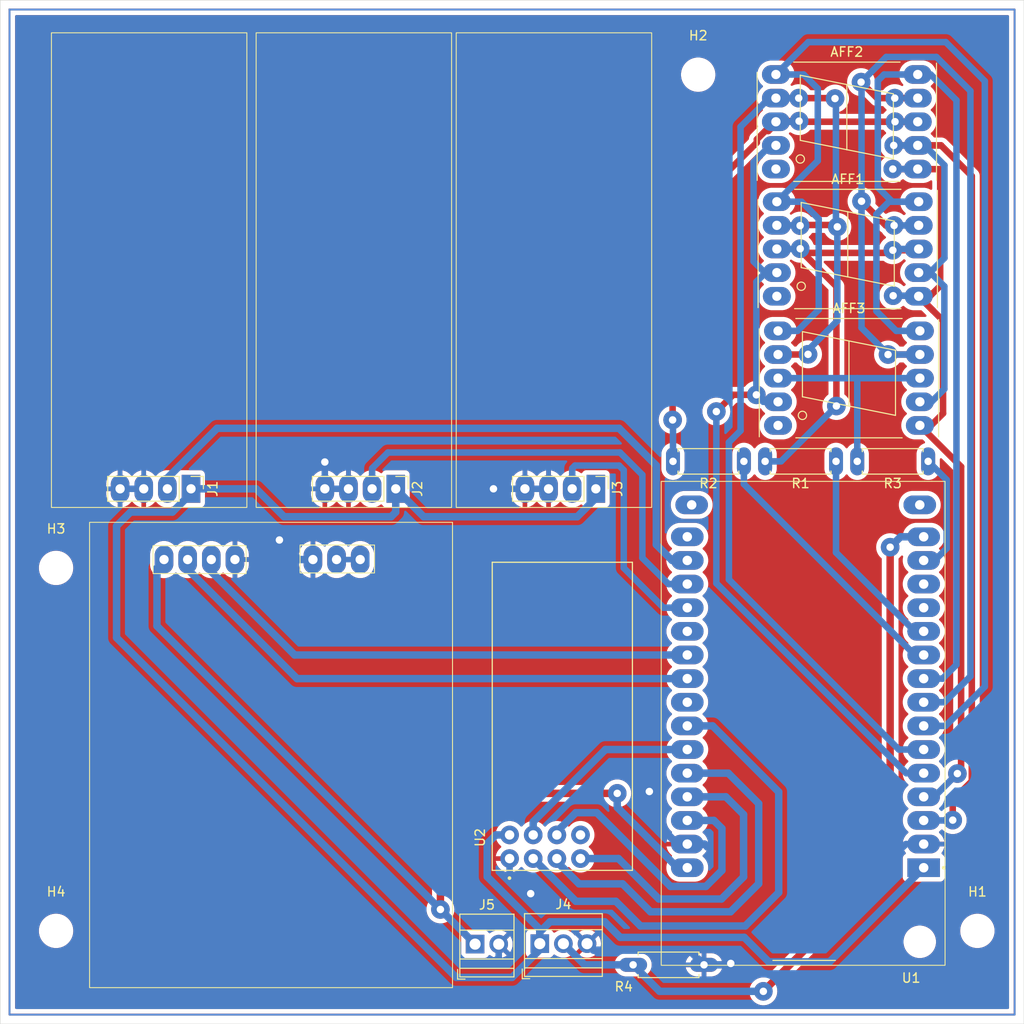
<source format=kicad_pcb>
(kicad_pcb (version 20240108) (generator "pcbnew") (generator_version "8.0")
  (layers (0 "F.Cu" signal) (31 "B.Cu" signal) (34 "B.Paste" user) (35 "F.Paste" user) (36 "B.SilkS" user "B.Silkscreen") (37 "F.SilkS" user "F.Silkscreen") (38 "B.Mask" user) (39 "F.Mask" user) (44 "Edge.Cuts" user))
  (net 0 "")
  (net 1 "/e")
  (net 3 "/a")
  (net 4 "/c")
  (net 5 "/f")
  (net 6 "/b")
  (net 7 "/d")
  (net 8 "/g")
  (net 11 "/AnalogRead1")
  (net 12 "GND")
  (net 13 "/3V3")
  (net 14 "/AnalogRead2")
  (net 15 "/AnalogRead3")
  (net 16 "/DS18b20")
  (net 17 "+5V")
  (net 18 "/sign")
  (net 19 "/tens")
  (net 20 "/ones")
  (net 26 "/C.A.1")
  (net 27 "/C.A.2")
  (net 28 "/C.A.3")
  (net 29 "/MISO")
  (net 30 "/MOSI")
  (net 31 "/CSN")
  (net 32 "/C.E.")
  (net 33 "/S.CK")
  (net 35 "/defrost")
  (net 36 "/JDVCC")
  (net 37 "/compressor")
  (footprint "double channel realy:double channel relay" (layer "F.Cu") (at 25.6 76.1)
    (property "Reference" "J6" (hide yes))
    (property "Value" "Conn_01x07_Pin" (hide yes))
    (pad "1" thru_hole oval (at 8 4 90) (size 3 2) (drill 1) (layers "*.Cu" "*.Mask") (net 17 "+5V"))
    (pad "2" thru_hole oval (at 10.54 4 90) (size 3 2) (drill 1) (layers "*.Cu" "*.Mask") (net 37 "/compressor"))
    (pad "3" thru_hole oval (at 13.08 4 90) (size 3 2) (drill 1) (layers "*.Cu" "*.Mask") (net 35 "/defrost"))
    (pad "4" thru_hole oval (at 15.62 4 90) (size 3 2) (drill 1) (layers "*.Cu" "*.Mask") (net 12 "GND"))
    (pad "5" thru_hole oval (at 24 4 90) (size 3 2) (drill 1) (layers "*.Cu" "*.Mask") (net 12 "GND"))
    (pad "6" thru_hole oval (at 26.54 4 90) (size 3 2) (drill 1) (layers "*.Cu" "*.Mask") (net 36 "/JDVCC"))
    (pad "7" thru_hole oval (at 29.08 4 90) (size 3 2) (drill 1) (layers "*.Cu" "*.Mask") (net 36 "/JDVCC"))
  )
  (footprint "zmpt101b:zmpt101b" (layer "F.Cu") (at 80 72.5 -90)
    (property "Reference" "J3" (at 0 -2.33 90) (layer "F.SilkS"))
    (property "Value" "Conn_01x04_Pin")
    (pad "1" thru_hole rect (at 0 0 270) (size 3 2) (drill 1) (layers "*.Cu" "*.Mask") (net 13 "/3V3"))
    (pad "2" thru_hole oval (at 0 2.54 270) (size 3 2) (drill 1) (layers "*.Cu" "*.Mask") (net 15 "/AnalogRead3"))
    (pad "3" thru_hole oval (at 0 5.08 270) (size 3 2) (drill 1) (layers "*.Cu" "*.Mask") (net 12 "GND"))
    (pad "4" thru_hole oval (at 0 7.62 270) (size 3 2) (drill 1) (layers "*.Cu" "*.Mask") (net 12 "GND"))
  )
  (footprint "NRF24L01P-MODULE-PCB:XCVR_NRF24L01P-MODULE-PCB" (layer "F.Cu") (at 76.4 96.9472 90)
    (property "Reference" "U2" (at -13.025 -8.835 90) (layer "F.SilkS"))
    (property "Value" "NRF24L01P-MODULE-PCB")
    (pad "1" thru_hole oval (at -15.2844 -5.6689 90) (size 2 2) (drill 1.016) (layers "*.Cu" "*.Mask") (net 12 "GND"))
    (pad "2" thru_hole oval (at -12.7445 -5.6689 90) (size 2 2) (drill 1.016) (layers "*.Cu" "*.Mask") (net 13 "/3V3"))
    (pad "3" thru_hole oval (at -15.2844 -3.1289 90) (size 2 2) (drill 1.016) (layers "*.Cu" "*.Mask") (net 32 "/C.E."))
    (pad "4" thru_hole oval (at -12.7445 -3.1289 90) (size 2 2) (drill 1.016) (layers "*.Cu" "*.Mask") (net 31 "/CSN"))
    (pad "5" thru_hole oval (at -15.2844 -0.5889 90) (size 2 2) (drill 1.016) (layers "*.Cu" "*.Mask") (net 33 "/S.CK"))
    (pad "6" thru_hole oval (at -12.7445 -0.5889 90) (size 2 2) (drill 1.016) (layers "*.Cu" "*.Mask") (net 30 "/MOSI"))
    (pad "7" thru_hole oval (at -15.2844 1.9511 90) (size 2 2) (drill 1.016) (layers "*.Cu" "*.Mask") (net 29 "/MISO"))
    (pad "8" thru_hole oval (at -12.7445 1.9511 90) (size 2 2) (drill 1.016) (layers "*.Cu" "*.Mask"))
  )
  (footprint "Display_7Segment:7SegmentLED_LTS6760_LTS6780" (layer "F.Cu") (at 99.35 27.98)
    (property "Reference" "AFF2" (at 7.62 -2.42 0) (layer "F.SilkS"))
    (property "Value" "LTS-6960HR")
    (pad "1" thru_hole oval (at 0 0 270) (size 2 3) (drill 1) (layers "*.Cu" "*.Mask") (net 1 "/e"))
    (pad "2" thru_hole oval (at 0 2.54 270) (size 2 3) (drill 1) (layers "*.Cu" "*.Mask") (net 7 "/d"))
    (pad "3" thru_hole oval (at 0 5.08 270) (size 2 3) (drill 1) (layers "*.Cu" "*.Mask") (net 26 "/C.A.1"))
    (pad "4" thru_hole oval (at 0 7.62 270) (size 2 3) (drill 1) (layers "*.Cu" "*.Mask") (net 4 "/c"))
    (pad "5" thru_hole oval (at 0 10.16 270) (size 2 3) (drill 1) (layers "*.Cu" "*.Mask"))
    (pad "6" thru_hole oval (at 15.24 10.16 270) (size 2 3) (drill 1) (layers "*.Cu" "*.Mask") (net 6 "/b"))
    (pad "7" thru_hole oval (at 15.24 7.62 270) (size 2 3) (drill 1) (layers "*.Cu" "*.Mask") (net 3 "/a"))
    (pad "8" thru_hole oval (at 15.24 5.08 270) (size 2 3) (drill 1) (layers "*.Cu" "*.Mask") (net 26 "/C.A.1"))
    (pad "9" thru_hole oval (at 15.24 2.54 270) (size 2 3) (drill 1) (layers "*.Cu" "*.Mask") (net 5 "/f"))
    (pad "10" thru_hole oval (at 15.24 0 270) (size 2 3) (drill 1) (layers "*.Cu" "*.Mask") (net 8 "/g"))
  )
  (footprint "Display_7Segment:7SegmentLED_LTS6760_LTS6780" (layer "F.Cu") (at 99.58 55.53)
    (property "Reference" "AFF3" (at 7.62 -2.42 0) (layer "F.SilkS"))
    (property "Value" "LTS-6960HR")
    (pad "1" thru_hole oval (at 0 0 270) (size 2 3) (drill 1) (layers "*.Cu" "*.Mask") (net 1 "/e"))
    (pad "2" thru_hole oval (at 0 2.54 270) (size 2 3) (drill 1) (layers "*.Cu" "*.Mask") (net 7 "/d"))
    (pad "3" thru_hole oval (at 0 5.08 270) (size 2 3) (drill 1) (layers "*.Cu" "*.Mask") (net 28 "/C.A.3"))
    (pad "4" thru_hole oval (at 0 7.62 270) (size 2 3) (drill 1) (layers "*.Cu" "*.Mask") (net 4 "/c"))
    (pad "5" thru_hole oval (at 0 10.16 270) (size 2 3) (drill 1) (layers "*.Cu" "*.Mask"))
    (pad "6" thru_hole oval (at 15.24 10.16 270) (size 2 3) (drill 1) (layers "*.Cu" "*.Mask") (net 6 "/b"))
    (pad "7" thru_hole oval (at 15.24 7.62 270) (size 2 3) (drill 1) (layers "*.Cu" "*.Mask") (net 3 "/a"))
    (pad "8" thru_hole oval (at 15.24 5.08 270) (size 2 3) (drill 1) (layers "*.Cu" "*.Mask") (net 28 "/C.A.3"))
    (pad "9" thru_hole oval (at 15.24 2.54 270) (size 2 3) (drill 1) (layers "*.Cu" "*.Mask") (net 5 "/f"))
    (pad "10" thru_hole oval (at 15.24 0 270) (size 2 3) (drill 1) (layers "*.Cu" "*.Mask") (net 8 "/g"))
  )
  (footprint "Display_7Segment:7SegmentLED_LTS6760_LTS6780" (layer "F.Cu") (at 99.45 41.65)
    (property "Reference" "AFF1" (at 7.62 -2.42 0) (layer "F.SilkS"))
    (property "Value" "LTS-6960HR")
    (pad "1" thru_hole oval (at 0 0 270) (size 2 3) (drill 1) (layers "*.Cu" "*.Mask") (net 1 "/e"))
    (pad "2" thru_hole oval (at 0 2.54 270) (size 2 3) (drill 1) (layers "*.Cu" "*.Mask") (net 7 "/d"))
    (pad "3" thru_hole oval (at 0 5.08 270) (size 2 3) (drill 1) (layers "*.Cu" "*.Mask") (net 27 "/C.A.2"))
    (pad "4" thru_hole oval (at 0 7.62 270) (size 2 3) (drill 1) (layers "*.Cu" "*.Mask") (net 4 "/c"))
    (pad "5" thru_hole oval (at 0 10.16 270) (size 2 3) (drill 1) (layers "*.Cu" "*.Mask"))
    (pad "6" thru_hole oval (at 15.24 10.16 270) (size 2 3) (drill 1) (layers "*.Cu" "*.Mask") (net 6 "/b"))
    (pad "7" thru_hole oval (at 15.24 7.62 270) (size 2 3) (drill 1) (layers "*.Cu" "*.Mask") (net 3 "/a"))
    (pad "8" thru_hole oval (at 15.24 5.08 270) (size 2 3) (drill 1) (layers "*.Cu" "*.Mask") (net 27 "/C.A.2"))
    (pad "9" thru_hole oval (at 15.24 2.54 270) (size 2 3) (drill 1) (layers "*.Cu" "*.Mask") (net 5 "/f"))
    (pad "10" thru_hole oval (at 15.24 0 270) (size 2 3) (drill 1) (layers "*.Cu" "*.Mask") (net 8 "/g"))
  )
  (footprint "MountingHole:MountingHole_3.2mm_M3" (layer "F.Cu") (at 91 28)
    (property "Reference" "H2" (at 0 -4.2 0) (layer "F.SilkS"))
    (property "Value" "MountingHole")
    (pad "" np_thru_hole circle (at 0 0) (size 3.2 3.2) (drill 3.2) (layers "*.Cu" "*.Mask"))
  )
  (footprint "MountingHole:MountingHole_3.2mm_M3" (layer "F.Cu") (at 22 120)
    (property "Reference" "H4" (at 0 -4.2 0) (layer "F.SilkS"))
    (property "Value" "MountingHole")
    (pad "" np_thru_hole circle (at 0 0) (size 3.2 3.2) (drill 3.2) (layers "*.Cu" "*.Mask"))
  )
  (footprint "Resistor_THT:R_Axial_DIN0207_L6.3mm_D2.5mm_P7.62mm_Horizontal" (layer "F.Cu") (at 95.91 69.55 180)
    (property "Reference" "R2" (at 3.81 -2.37 0) (layer "F.SilkS"))
    (property "Value" "R")
    (pad "1" thru_hole oval (at 0 0 180) (size 1.5 3) (drill 0.8) (layers "*.Cu" "*.Mask") (net 18 "/sign"))
    (pad "2" thru_hole oval (at 7.62 0 180) (size 1.5 3) (drill 0.8) (layers "*.Cu" "*.Mask") (net 26 "/C.A.1"))
  )
  (footprint "ESP32:ESP32" (layer "F.Cu") (at 102.5275 97.7 180)
    (property "Reference" "U1" (at -11.355 -27.36 0) (layer "F.SilkS"))
    (property "Value" "ESP32-DEVKIT-V1")
    (pad "" np_thru_hole circle (at -12.28 -23.475 180) (size 3 3) (drill 3) (layers "*.Cu" "*.Mask"))
    (pad "" thru_hole oval (at -12.28 23.475 180) (size 3.5 2) (drill 1.02) (layers "*.Cu" "*.Mask"))
    (pad "" thru_hole oval (at 12.23 23.475 180) (size 3.5 2) (drill 1.02) (layers "*.Cu" "*.Mask"))
    (pad "1" thru_hole rect (at -12.7 -15.515 180) (size 3.5 2) (drill 1.02) (layers "*.Cu" "*.Mask") (net 13 "/3V3"))
    (pad "2" thru_hole oval (at -12.7 -12.975 180) (size 3.5 2) (drill 1.02) (layers "*.Cu" "*.Mask") (net 12 "GND"))
    (pad "3" thru_hole oval (at -12.7 -10.435 180) (size 3.5 2) (drill 1.02) (layers "*.Cu" "*.Mask") (net 3 "/a"))
    (pad "4" thru_hole oval (at -12.7 -7.895 180) (size 3.5 2) (drill 1.02) (layers "*.Cu" "*.Mask") (net 6 "/b"))
    (pad "5" thru_hole oval (at -12.7 -5.355 180) (size 3.5 2) (drill 1.02) (layers "*.Cu" "*.Mask") (net 4 "/c"))
    (pad "6" thru_hole oval (at -12.7 -2.815 180) (size 3.5 2) (drill 1.02) (layers "*.Cu" "*.Mask") (net 7 "/d"))
    (pad "7" thru_hole oval (at -12.7 -0.275 180) (size 3.5 2) (drill 1.02) (layers "*.Cu" "*.Mask") (net 1 "/e"))
    (pad "8" thru_hole oval (at -12.7 2.265 180) (size 3.5 2) (drill 1.02) (layers "*.Cu" "*.Mask") (net 5 "/f"))
    (pad "9" thru_hole oval (at -12.7 4.805 180) (size 3.5 2) (drill 1.02) (layers "*.Cu" "*.Mask") (net 8 "/g"))
    (pad "10" thru_hole oval (at -12.7 7.345 180) (size 3.5 2) (drill 1.02) (layers "*.Cu" "*.Mask") (net 18 "/sign"))
    (pad "11" thru_hole oval (at -12.7 9.885 180) (size 3.5 2) (drill 1.02) (layers "*.Cu" "*.Mask") (net 19 "/tens"))
    (pad "12" thru_hole oval (at -12.7 12.425 180) (size 3.5 2) (drill 1.02) (layers "*.Cu" "*.Mask"))
    (pad "13" thru_hole oval (at -12.7 14.965 180) (size 3.5 2) (drill 1.02) (layers "*.Cu" "*.Mask"))
    (pad "14" thru_hole oval (at -12.7 17.505 180) (size 3.5 2) (drill 1.02) (layers "*.Cu" "*.Mask") (net 20 "/ones"))
    (pad "15" thru_hole oval (at -12.7 20.045 180) (size 3.5 2) (drill 1.02) (layers "*.Cu" "*.Mask") (net 16 "/DS18b20"))
    (pad "16" thru_hole oval (at 12.7 20.045 180) (size 3.5 2) (drill 1.02) (layers "*.Cu" "*.Mask"))
    (pad "17" thru_hole oval (at 12.7 17.505 180) (size 3.5 2) (drill 1.02) (layers "*.Cu" "*.Mask") (net 11 "/AnalogRead1"))
    (pad "18" thru_hole oval (at 12.7 14.965 180) (size 3.5 2) (drill 1.02) (layers "*.Cu" "*.Mask") (net 14 "/AnalogRead2"))
    (pad "19" thru_hole oval (at 12.7 12.425 180) (size 3.5 2) (drill 1.02) (layers "*.Cu" "*.Mask") (net 15 "/AnalogRead3"))
    (pad "20" thru_hole oval (at 12.7 9.885 180) (size 3.5 2) (drill 1.02) (layers "*.Cu" "*.Mask"))
    (pad "21" thru_hole oval (at 12.7 7.345 180) (size 3.5 2) (drill 1.02) (layers "*.Cu" "*.Mask") (net 35 "/defrost"))
    (pad "22" thru_hole oval (at 12.7 4.805 180) (size 3.5 2) (drill 1.02) (layers "*.Cu" "*.Mask") (net 37 "/compressor"))
    (pad "23" thru_hole oval (at 12.7 2.265 180) (size 3.5 2) (drill 1.02) (layers "*.Cu" "*.Mask"))
    (pad "24" thru_hole oval (at 12.7 -0.275 180) (size 3.5 2) (drill 1.02) (layers "*.Cu" "*.Mask") (net 32 "/C.E."))
    (pad "25" thru_hole oval (at 12.7 -2.815 180) (size 3.5 2) (drill 1.02) (layers "*.Cu" "*.Mask") (net 31 "/CSN"))
    (pad "26" thru_hole oval (at 12.7 -5.355 180) (size 3.5 2) (drill 1.02) (layers "*.Cu" "*.Mask") (net 33 "/S.CK"))
    (pad "27" thru_hole oval (at 12.7 -7.895 180) (size 3.5 2) (drill 1.02) (layers "*.Cu" "*.Mask") (net 29 "/MISO"))
    (pad "28" thru_hole oval (at 12.7 -10.435 180) (size 3.5 2) (drill 1.02) (layers "*.Cu" "*.Mask") (net 30 "/MOSI"))
    (pad "29" thru_hole oval (at 12.7 -12.975 180) (size 3.5 2) (drill 1.02) (layers "*.Cu" "*.Mask") (net 12 "GND"))
    (pad "30" thru_hole oval (at 12.7 -15.515 180) (size 3.5 2) (drill 1.02) (layers "*.Cu" "*.Mask") (net 17 "+5V"))
  )
  (footprint "Resistor_THT:R_Axial_DIN0207_L6.3mm_D2.5mm_P7.62mm_Horizontal" (layer "F.Cu") (at 105.81 69.55 180)
    (property "Reference" "R1" (at 3.81 -2.37 0) (layer "F.SilkS"))
    (property "Value" "R")
    (pad "1" thru_hole oval (at 0 0 180) (size 1.5 3) (drill 0.8) (layers "*.Cu" "*.Mask") (net 19 "/tens"))
    (pad "2" thru_hole oval (at 7.62 0 180) (size 1.5 3) (drill 0.8) (layers "*.Cu" "*.Mask") (net 27 "/C.A.2"))
  )
  (footprint "zmpt101b:zmpt101b" (layer "F.Cu") (at 58.5 72.5 -90)
    (property "Reference" "J2" (at 0 -2.33 90) (layer "F.SilkS"))
    (property "Value" "Conn_01x04_Pin")
    (pad "1" thru_hole rect (at 0 0 270) (size 3 2) (drill 1) (layers "*.Cu" "*.Mask") (net 13 "/3V3"))
    (pad "2" thru_hole oval (at 0 2.54 270) (size 3 2) (drill 1) (layers "*.Cu" "*.Mask") (net 14 "/AnalogRead2"))
    (pad "3" thru_hole oval (at 0 5.08 270) (size 3 2) (drill 1) (layers "*.Cu" "*.Mask") (net 12 "GND"))
    (pad "4" thru_hole oval (at 0 7.62 270) (size 3 2) (drill 1) (layers "*.Cu" "*.Mask") (net 12 "GND"))
  )
  (footprint "Resistor_THT:R_Axial_DIN0207_L6.3mm_D2.5mm_P7.62mm_Horizontal" (layer "F.Cu") (at 84.005 123.65)
    (property "Reference" "R4" (at -1.005 2.35 0) (layer "F.SilkS"))
    (property "Value" "4.7K")
    (pad "1" thru_hole oval (at 0 0) (size 3 1.5) (drill 0.8) (layers "*.Cu" "*.Mask") (net 16 "/DS18b20"))
    (pad "2" thru_hole oval (at 7.62 0) (size 3 1.5) (drill 0.8) (layers "*.Cu" "*.Mask") (net 12 "GND"))
  )
  (footprint "TerminalBlock:TerminalBlock_Xinya_XY308-2.54-2P_1x02_P2.54mm_Horizontal" (layer "F.Cu") (at 67.025 121.425)
    (property "Reference" "J5" (at 1.27 -4.22 0) (layer "F.SilkS"))
    (property "Value" "Screw_Terminal_01x02" (hide yes))
    (pad "1" thru_hole rect (at 0 0) (size 2 2) (drill 1.2) (layers "*.Cu" "*.Mask") (net 17 "+5V"))
    (pad "2" thru_hole circle (at 2.54 0) (size 2 2) (drill 1.2) (layers "*.Cu" "*.Mask") (net 12 "GND"))
  )
  (footprint "zmpt101b:zmpt101b" (layer "F.Cu") (at 36.5 72.5 -90)
    (property "Reference" "J1" (at 0 -2.33 90) (layer "F.SilkS"))
    (property "Value" "Conn_01x04_Pin")
    (pad "1" thru_hole rect (at 0 0 270) (size 3 2) (drill 1) (layers "*.Cu" "*.Mask") (net 13 "/3V3"))
    (pad "2" thru_hole oval (at 0 2.54 270) (size 3 2) (drill 1) (layers "*.Cu" "*.Mask") (net 11 "/AnalogRead1"))
    (pad "3" thru_hole oval (at 0 5.08 270) (size 3 2) (drill 1) (layers "*.Cu" "*.Mask") (net 12 "GND"))
    (pad "4" thru_hole oval (at 0 7.62 270) (size 3 2) (drill 1) (layers "*.Cu" "*.Mask") (net 12 "GND"))
  )
  (footprint "MountingHole:MountingHole_3.2mm_M3" (layer "F.Cu") (at 22 81)
    (property "Reference" "H3" (at 0 -4.2 0) (layer "F.SilkS"))
    (property "Value" "MountingHole")
    (pad "" np_thru_hole circle (at 0 0) (size 3.2 3.2) (drill 3.2) (layers "*.Cu" "*.Mask"))
  )
  (footprint "TerminalBlock:TerminalBlock_Xinya_XY308-2.54-3P_1x03_P2.54mm_Horizontal" (layer "F.Cu") (at 73.975 121.375)
    (property "Reference" "J4" (at 2.54 -4.22 0) (layer "F.SilkS"))
    (property "Value" "Screw_Terminal_01x03" (hide yes))
    (pad "1" thru_hole rect (at 0 0) (size 2 2) (drill 1.2) (layers "*.Cu" "*.Mask") (net 13 "/3V3"))
    (pad "2" thru_hole circle (at 2.54 0) (size 2 2) (drill 1.2) (layers "*.Cu" "*.Mask") (net 16 "/DS18b20"))
    (pad "3" thru_hole circle (at 5.08 0) (size 2 2) (drill 1.2) (layers "*.Cu" "*.Mask") (net 12 "GND"))
  )
  (footprint "MountingHole:MountingHole_3.2mm_M3" (layer "F.Cu") (at 121 120)
    (property "Reference" "H1" (at 0 -4.2 0) (layer "F.SilkS"))
    (property "Value" "MountingHole")
    (pad "" np_thru_hole circle (at 0 0) (size 3.2 3.2) (drill 3.2) (layers "*.Cu" "*.Mask"))
  )
  (footprint "Resistor_THT:R_Axial_DIN0207_L6.3mm_D2.5mm_P7.62mm_Horizontal" (layer "F.Cu") (at 115.71 69.55 180)
    (property "Reference" "R3" (at 3.81 -2.37 0) (layer "F.SilkS"))
    (property "Value" "R")
    (pad "1" thru_hole oval (at 0 0 180) (size 1.5 3) (drill 0.8) (layers "*.Cu" "*.Mask") (net 20 "/ones"))
    (pad "2" thru_hole oval (at 7.62 0 180) (size 1.5 3) (drill 0.8) (layers "*.Cu" "*.Mask") (net 28 "/C.A.3"))
  )
  (gr_rect (start 17 21) (end 125 129) (stroke (width 0.2)) (fill none) (layer "F.Cu"))
  (gr_rect (start 17 21) (end 125 129) (stroke (width 0.2)) (fill none) (layer "B.Cu"))
  (gr_rect (start 16 20) (end 126 130) (stroke (width 0.05)) (fill none) (layer "Edge.Cuts"))
  (segment (start 102.83 24.5) (end 117.6 24.5) (width 0.7) (layer "B.Cu") (net 1))
  (segment (start 103.85 37.25) (end 99.45 41.65) (width 0.7) (layer "B.Cu") (net 1))
  (segment (start 117.6 24.5) (end 121.8 28.7) (width 0.7) (layer "B.Cu") (net 1))
  (segment (start 101.67 55.53) (end 99.58 55.53) (width 0.7) (layer "B.Cu") (net 1))
  (segment (start 121.8 93.75) (end 117.575 97.975) (width 0.7) (layer "B.Cu") (net 1))
  (segment (start 102.1 41.65) (end 103.95 43.5) (width 0.7) (layer "B.Cu") (net 1))
  (segment (start 103.95 43.5) (end 103.95 53.25) (width 0.7) (layer "B.Cu") (net 1))
  (segment (start 117.575 97.975) (end 115.2275 97.975) (width 0.7) (layer "B.Cu") (net 1))
  (segment (start 99.35 27.98) (end 102.83 24.5) (width 0.7) (layer "B.Cu") (net 1))
  (segment (start 99.35 27.98) (end 102.33 27.98) (width 0.7) (layer "B.Cu") (net 1))
  (segment (start 121.8 28.7) (end 121.8 93.75) (width 0.7) (layer "B.Cu") (net 1))
  (segment (start 99.45 41.65) (end 102.1 41.65) (width 0.7) (layer "B.Cu") (net 1))
  (segment (start 103.95 53.25) (end 101.67 55.53) (width 0.7) (layer "B.Cu") (net 1))
  (segment (start 102.33 27.98) (end 103.85 29.5) (width 0.7) (layer "B.Cu") (net 1))
  (segment (start 103.85 29.5) (end 103.85 37.25) (width 0.7) (layer "B.Cu") (net 1))
  (segment (start 120.4 38.9) (end 120.4 103.9125) (width 0.7) (layer "F.Cu") (net 3))
  (segment (start 116.1775 108.135) (end 115.2275 108.135) (width 0.7) (layer "F.Cu") (net 3))
  (segment (start 120.4 103.9125) (end 118.35 105.9625) (width 0.7) (layer "F.Cu") (net 3))
  (segment (start 112.01 35.6) (end 117.1 35.6) (width 0.7) (layer "F.Cu") (net 3))
  (segment (start 117.1 35.6) (end 114.59 35.6) (width 0.7) (layer "F.Cu") (net 3))
  (segment (start 118.35 105.9625) (end 118.35 108.1) (width 0.7) (layer "F.Cu") (net 3))
  (segment (start 117.1 35.6) (end 120.4 38.9) (width 0.7) (layer "F.Cu") (net 3))
  (via (at 118.35 108.1) (size 2) (drill 0.8) (layers "F.Cu" "B.Cu") (net 3))
  (via (at 112.01 35.6) (size 2) (drill 0.8) (layers "F.Cu" "B.Cu") (net 3))
  (segment (start 115.2275 108.135) (end 118.315 108.135) (width 0.7) (layer "B.Cu") (net 3))
  (segment (start 116.07 63.15) (end 114.82 63.15) (width 0.7) (layer "B.Cu") (net 3))
  (segment (start 115.32 35.6) (end 114.59 35.6) (width 0.7) (layer "B.Cu") (net 3))
  (segment (start 117.46 47.7) (end 117.46 37.74) (width 0.7) (layer "B.Cu") (net 3))
  (segment (start 112.01 35.6) (end 114.59 35.6) (width 0.7) (layer "B.Cu") (net 3))
  (segment (start 115.89 49.27) (end 117.46 47.7) (width 0.7) (layer "B.Cu") (net 3))
  (segment (start 117.45 61.77) (end 116.07 63.15) (width 0.7) (layer "B.Cu") (net 3))
  (segment (start 114.69 49.27) (end 115.97 49.27) (width 0.7) (layer "B.Cu") (net 3))
  (segment (start 118.315 108.135) (end 118.35 108.1) (width 0.7) (layer "B.Cu") (net 3))
  (segment (start 114.69 49.27) (end 115.89 49.27) (width 0.7) (layer "B.Cu") (net 3))
  (segment (start 117.45 50.75) (end 117.45 61.77) (width 0.7) (layer "B.Cu") (net 3))
  (segment (start 115.97 49.27) (end 117.45 50.75) (width 0.7) (layer "B.Cu") (net 3))
  (segment (start 117.46 37.74) (end 115.32 35.6) (width 0.7) (layer "B.Cu") (net 3))
  (segment (start 97.25 62.4) (end 94.75 62.4) (width 0.7) (layer "F.Cu") (net 4))
  (segment (start 94.75 62.4) (end 93.05 64.1) (width 0.7) (layer "F.Cu") (net 4))
  (via (at 92.95 64.2) (size 2) (drill 0.8) (layers "F.Cu" "B.Cu") (net 4))
  (via (at 97.25 62.4) (size 2) (drill 0.8) (layers "F.Cu" "B.Cu") (net 4))
  (segment (start 96.95 37.4) (end 96.95 48.07) (width 0.7) (layer "B.Cu") (net 4))
  (segment (start 113.355 103.055) (end 92.95 82.65) (width 0.7) (layer "B.Cu") (net 4))
  (segment (start 92.95 64.2) (end 92.95 64.1) (width 0.7) (layer "B.Cu") (net 4))
  (segment (start 97.25 50.25) (end 98.23 49.27) (width 0.7) (layer "B.Cu") (net 4))
  (segment (start 99.35 35.6) (end 98.75 35.6) (width 0.7) (layer "B.Cu") (net 4))
  (segment (start 98 63.15) (end 99.58 63.15) (width 0.7) (layer "B.Cu") (net 4))
  (segment (start 92.95 82.65) (end 92.95 64.2) (width 0.7) (layer "B.Cu") (net 4))
  (segment (start 98.75 35.6) (end 96.95 37.4) (width 0.7) (layer "B.Cu") (net 4))
  (segment (start 98.15 49.27) (end 99.45 49.27) (width 0.7) (layer "B.Cu") (net 4))
  (segment (start 98.23 49.27) (end 99.45 49.27) (width 0.7) (layer "B.Cu") (net 4))
  (segment (start 115.2275 103.055) (end 113.355 103.055) (width 0.7) (layer "B.Cu") (net 4))
  (segment (start 97.25 62.4) (end 98 63.15) (width 0.7) (layer "B.Cu") (net 4))
  (segment (start 97.25 62.4) (end 97.25 50.25) (width 0.7) (layer "B.Cu") (net 4))
  (segment (start 96.95 48.07) (end 98.15 49.27) (width 0.7) (layer "B.Cu") (net 4))
  (segment (start 112.12 30.52) (end 110.22 30.52) (width 0.7) (layer "F.Cu") (net 5))
  (segment (start 112.12 30.52) (end 114.59 30.52) (width 0.7) (layer "F.Cu") (net 5))
  (segment (start 111.15 44.2) (end 108.55 41.6) (width 0.7) (layer "F.Cu") (net 5))
  (segment (start 110.22 30.52) (end 108.5 28.8) (width 0.7) (layer "F.Cu") (net 5))
  (segment (start 111.4 58.07) (end 114.82 58.07) (width 0.7) (layer "F.Cu") (net 5))
  (segment (start 112.05 44.2) (end 111.15 44.2) (width 0.7) (layer "F.Cu") (net 5))
  (segment (start 114.68 44.2) (end 114.69 44.19) (width 0.7) (layer "F.Cu") (net 5))
  (via (at 112.12 30.52) (size 2) (drill 0.8) (layers "F.Cu" "B.Cu") (net 5))
  (via (at 112.05 44.2) (size 2) (drill 0.8) (layers "F.Cu" "B.Cu") (net 5))
  (via (at 108.55 41.6) (size 2) (drill 0.8) (layers "F.Cu" "B.Cu") (net 5))
  (via (at 108.5 28.8) (size 2) (drill 0.8) (layers "F.Cu" "B.Cu") (net 5))
  (via (at 111.4 58.07) (size 2) (drill 0.8) (layers "F.Cu" "B.Cu") (net 5))
  (segment (start 111.4 58.05) (end 108.55 55.2) (width 0.7) (layer "B.Cu") (net 5))
  (segment (start 111.88 58.07) (end 111.4 58.07) (width 0.7) (layer "B.Cu") (net 5))
  (segment (start 114.82 58.07) (end 111.88 58.07) (width 0.7) (layer "B.Cu") (net 5))
  (segment (start 112.12 30.52) (end 112.1 30.5) (width 0.7) (layer "B.Cu") (net 5))
  (segment (start 111.4 58.07) (end 111.4 58.05) (width 0.7) (layer "B.Cu") (net 5))
  (segment (start 108.5 28.8) (end 111.2 26.1) (width 0.7) (layer "B.Cu") (net 5))
  (segment (start 111.12 58.07) (end 111.05 58) (width 0.7) (layer "B.Cu") (net 5))
  (segment (start 120.25 29.75) (end 120.25 92.65) (width 0.7) (layer "B.Cu") (net 5))
  (segment (start 112.05 44.2) (end 114.68 44.2) (width 0.7) (layer "B.Cu") (net 5))
  (segment (start 111.88 58.07) (end 111.8 58.15) (width 0.7) (layer "B.Cu") (net 5))
  (segment (start 117.465 95.435) (end 115.2275 95.435) (width 0.7) (layer "B.Cu") (net 5))
  (segment (start 120.25 92.65) (end 117.465 95.435) (width 0.7) (layer "B.Cu") (net 5))
  (segment (start 114.68 44.2) (end 114.69 44.19) (width 0.7) (layer "B.Cu") (net 5))
  (segment (start 111.2 26.1) (end 116.6 26.1) (width 0.7) (layer "B.Cu") (net 5))
  (segment (start 111.4 58.07) (end 111.12 58.07) (width 0.7) (layer "B.Cu") (net 5))
  (segment (start 116.6 26.1) (end 120.25 29.75) (width 0.7) (layer "B.Cu") (net 5))
  (segment (start 108.55 41.6) (end 108.55 28.85) (width 0.7) (layer "B.Cu") (net 5))
  (segment (start 108.55 28.85) (end 108.5 28.8) (width 0.7) (layer "B.Cu") (net 5))
  (segment (start 108.55 55.2) (end 108.55 41.6) (width 0.7) (layer "B.Cu") (net 5))
  (segment (start 118.85 103.1) (end 119.25 102.7) (width 0.7) (layer "F.Cu") (net 6))
  (segment (start 117 50.7) (end 115.89 51.81) (width 0.7) (layer "F.Cu") (net 6))
  (segment (start 116.02 65.69) (end 117.31 64.4) (width 0.7) (layer "F.Cu") (net 6))
  (segment (start 114.82 65.69) (end 116.02 65.69) (width 0.7) (layer "F.Cu") (net 6))
  (segment (start 117.31 54.43) (end 116.215 53.335) (width 0.7) (layer "F.Cu") (net 6))
  (segment (start 119.25 70.12) (end 114.82 65.69) (width 0.7) (layer "F.Cu") (net 6))
  (segment (start 119.25 102.7) (end 119.25 70.12) (width 0.7) (layer "F.Cu") (net 6))
  (segment (start 116.215 53.335) (end 114.69 51.81) (width 0.7) (layer "F.Cu") (net 6))
  (segment (start 114.63 51.75) (end 116.215 53.335) (width 0.7) (layer "F.Cu") (net 6))
  (segment (start 111.91 38.14) (end 111.92 38.15) (width 0.7) (layer "F.Cu") (net 6))
  (segment (start 117 38.15) (end 117 50.7) (width 0.7) (layer "F.Cu") (net 6))
  (segment (start 111.92 38.15) (end 117 38.15) (width 0.7) (layer "F.Cu") (net 6))
  (segment (start 114.63 51.75) (end 114.69 51.81) (width 0.7) (layer "F.Cu") (net 6))
  (segment (start 111.95 51.75) (end 114.63 51.75) (width 0.7) (layer "F.Cu") (net 6))
  (segment (start 117.31 64.4) (end 117.31 54.43) (width 0.7) (layer "F.Cu") (net 6))
  (segment (start 115.89 51.81) (end 114.69 51.81) (width 0.7) (layer "F.Cu") (net 6))
  (via (at 111.95 51.75) (size 2) (drill 0.8) (layers "F.Cu" "B.Cu") (net 6))
  (via (at 118.85 103.1) (size 2) (drill 0.8) (layers "F.Cu" "B.Cu") (net 6))
  (via (at 111.91 38.14) (size 2) (drill 0.8) (layers "F.Cu" "B.Cu") (net 6))
  (segment (start 114.63 51.75) (end 114.69 51.81) (width 0.7) (layer "B.Cu") (net 6))
  (segment (start 118.85 103.1) (end 116.35 105.6) (width 0.7) (layer "B.Cu") (net 6))
  (segment (start 112.26 38.14) (end 111.91 38.14) (width 0.7) (layer "B.Cu") (net 6))
  (segment (start 111.95 51.75) (end 114.63 51.75) (width 0.7) (layer "B.Cu") (net 6))
  (segment (start 116.1825 105.6) (end 116.1775 105.595) (width 0.7) (layer "B.Cu") (net 6))
  (segment (start 116.35 105.6) (end 116.1825 105.6) (width 0.7) (layer "B.Cu") (net 6))
  (segment (start 114.59 38.14) (end 112.26 38.14) (width 0.7) (layer "B.Cu") (net 6))
  (segment (start 116.1775 105.595) (end 115.2275 105.595) (width 0.7) (layer "B.Cu") (net 6))
  (segment (start 105.657311 30.52) (end 105.7 30.562689) (width 0.7) (layer "F.Cu") (net 7))
  (segment (start 101.8 30.52) (end 105.657311 30.52) (width 0.7) (layer "F.Cu") (net 7))
  (segment (start 102.02 44.15) (end 105.75 44.15) (width 0.7) (layer "F.Cu") (net 7))
  (segment (start 99.58 58.07) (end 102.78 58.07) (width 0.7) (layer "F.Cu") (net 7))
  (segment (start 102.78 58.07) (end 102.8 58.05) (width 0.7) (layer "F.Cu") (net 7))
  (segment (start 101.92 44.19) (end 101.95 44.22) (width 0.7) (layer "F.Cu") (net 7))
  (segment (start 101.95 44.22) (end 102.02 44.15) (width 0.7) (layer "F.Cu") (net 7))
  (segment (start 105.75 44.15) (end 105.95 44.35) (width 0.7) (layer "F.Cu") (net 7))
  (via (at 101.8 30.52) (size 2) (drill 0.8) (layers "F.Cu" "B.Cu") (net 7))
  (via (at 101.95 44.22) (size 2) (drill 0.8) (layers "F.Cu" "B.Cu") (net 7))
  (via (at 102.8 58.05) (size 2) (drill 0.8) (layers "F.Cu" "B.Cu") (net 7))
  (via (at 105.7 30.562689) (size 2) (drill 0.8) (layers "F.Cu" "B.Cu") (net 7))
  (via (at 105.95 44.35) (size 2) (drill 0.8) (layers "F.Cu" "B.Cu") (net 7))
  (segment (start 105.95 44.35) (end 105.95 54.45) (width 0.7) (layer "B.Cu") (net 7))
  (segment (start 95.55 66.25) (end 95.55 33.6) (width 0.7) (layer "B.Cu") (net 7))
  (segment (start 101.8 30.52) (end 99.35 30.52) (width 0.7) (layer "B.Cu") (net 7))
  (segment (start 105.912689 30.35) (end 106.2 30.35) (width 0.7) (layer "B.Cu") (net 7))
  (segment (start 95.55 33.6) (end 98.63 30.52) (width 0.7) (layer "B.Cu") (net 7))
  (segment (start 101.92 44.19) (end 101.95 44.22) (width 0.7) (layer "B.Cu") (net 7))
  (segment (start 115.2275 100.515) (end 112.565 100.515) (width 0.7) (layer "B.Cu") (net 7))
  (segment (start 94.3 67.5) (end 95.55 66.25) (width 0.7) (layer "B.Cu") (net 7))
  (segment (start 99.45 44.19) (end 101.92 44.19) (width 0.7) (layer "B.Cu") (net 7))
  (segment (start 98.63 30.52) (end 99.35 30.52) (width 0.7) (layer "B.Cu") (net 7))
  (segment (start 105.8 30.662689) (end 105.7 30.562689) (width 0.7) (layer "B.Cu") (net 7))
  (segment (start 105.8 44.2) (end 105.8 30.662689) (width 0.7) (layer "B.Cu") (net 7))
  (segment (start 102.8 57.6) (end 102.8 58.05) (width 0.7) (layer "B.Cu") (net 7))
  (segment (start 105.95 44.35) (end 105.8 44.2) (width 0.7) (layer "B.Cu") (net 7))
  (segment (start 105.7 30.562689) (end 105.912689 30.35) (width 0.7) (layer "B.Cu") (net 7))
  (segment (start 112.565 100.515) (end 94.3 82.25) (width 0.7) (layer "B.Cu") (net 7))
  (segment (start 94.3 82.25) (end 94.3 67.5) (width 0.7) (layer "B.Cu") (net 7))
  (segment (start 105.95 54.45) (end 102.8 57.6) (width 0.7) (layer "B.Cu") (net 7))
  (segment (start 110.3 28.65) (end 110.3 40.1) (width 0.7) (layer "B.Cu") (net 8))
  (segment (start 118.75 30.75) (end 115.98 27.98) (width 0.7) (layer "B.Cu") (net 8))
  (segment (start 118.75 91.4) (end 118.75 30.75) (width 0.7) (layer "B.Cu") (net 8))
  (segment (start 110.3 40.1) (end 111.85 41.65) (width 0.7) (layer "B.Cu") (net 8))
  (segment (start 111.85 41.65) (end 114.69 41.65) (width 0.7) (layer "B.Cu") (net 8))
  (segment (start 110.15 43) (end 110.15 53.4) (width 0.7) (layer "B.Cu") (net 8))
  (segment (start 117.255 92.895) (end 118.75 91.4) (width 0.7) (layer "B.Cu") (net 8))
  (segment (start 115.98 27.98) (end 114.59 27.98) (width 0.7) (layer "B.Cu") (net 8))
  (segment (start 114.59 27.98) (end 110.97 27.98) (width 0.7) (layer "B.Cu") (net 8))
  (segment (start 115.2275 92.895) (end 117.255 92.895) (width 0.7) (layer "B.Cu") (net 8))
  (segment (start 110.15 53.4) (end 112.28 55.53) (width 0.7) (layer "B.Cu") (net 8))
  (segment (start 114.69 41.65) (end 111.5 41.65) (width 0.7) (layer "B.Cu") (net 8))
  (segment (start 110.97 27.98) (end 110.3 28.65) (width 0.7) (layer "B.Cu") (net 8))
  (segment (start 112.28 55.53) (end 114.82 55.53) (width 0.7) (layer "B.Cu") (net 8))
  (segment (start 111.5 41.65) (end 110.15 43) (width 0.7) (layer "B.Cu") (net 8))
  (segment (start 88.195 80.195) (end 89.8275 80.195) (width 0.8) (layer "B.Cu") (net 11))
  (segment (start 86.5 70) (end 86.5 78.5) (width 0.8) (layer "B.Cu") (net 11))
  (segment (start 39.3 66) (end 82.5 66) (width 0.8) (layer "B.Cu") (net 11))
  (segment (start 86.5 78.5) (end 88.195 80.195) (width 0.8) (layer "B.Cu") (net 11))
  (segment (start 33.96 72.5) (end 33.96 71.34) (width 0.8) (layer "B.Cu") (net 11))
  (segment (start 33.975 72.9356) (end 33.975 72.45) (width 0.8) (layer "B.Cu") (net 11))
  (segment (start 82.5 66) (end 86.5 70) (width 0.8) (layer "B.Cu") (net 11))
  (segment (start 33.96 71.34) (end 39.3 66) (width 0.8) (layer "B.Cu") (net 11))
  (via (at 94.5 123.5) (size 2) (drill 0.8) (layers "F.Cu" "B.Cu") (net 12))
  (via (at 50.88 69.62) (size 2) (drill 0.8) (layers "F.Cu" "B.Cu") (net 12))
  (via (at 46 78) (size 2) (drill 0.8) (layers "F.Cu" "B.Cu") (net 12))
  (via (at 69 72.5) (size 2) (drill 0.8) (layers "F.Cu" "B.Cu") (net 12))
  (via (at 85.75 105.025) (size 2) (drill 0.8) (layers "F.Cu" "B.Cu") (net 12))
  (via (at 73 116) (size 2) (drill 0.8) (layers "F.Cu" "B.Cu") (net 12))
  (segment (start 89.8275 110.675) (end 89.675 110.675) (width 0.8) (layer "B.Cu") (net 12))
  (segment (start 66 123.5) (end 30 87.5) (width 0.7) (layer "B.Cu") (net 12))
  (segment (start 30 77.5) (end 30.5 77) (width 0.7) (layer "B.Cu") (net 12))
  (segment (start 113.325 110.675) (end 115.2275 110.675) (width 0.7) (layer "B.Cu") (net 12))
  (segment (start 28.88 69.12) (end 29 69) (width 0.7) (layer "B.Cu") (net 12))
  (segment (start 85.75 105.025) (end 85.75 107.6475) (width 0.8) (layer "B.Cu") (net 12))
  (segment (start 69.565 121.425) (end 69.565 122.839213) (width 0.7) (layer "B.Cu") (net 12))
  (segment (start 85.75 107.6475) (end 88.7775 110.675) (width 0.8) (layer "B.Cu") (net 12))
  (segment (start 113.325 110.675) (end 113 111) (width 0.7) (layer "B.Cu") (net 12))
  (segment (start 79.055 121.375) (end 79.755 122.075) (width 0.8) (layer "B.Cu") (net 12))
  (segment (start 69.565 122.839213) (end 68.904213 123.5) (width 0.7) (layer "B.Cu") (net 12))
  (segment (start 28.88 72.5) (end 31.42 72.5) (width 0.7) (layer "B.Cu") (net 12))
  (segment (start 70.7311 112.2316) (end 70.7311 113.7311) (width 0.7) (layer "B.Cu") (net 12))
  (segment (start 68.904213 123.5) (end 66 123.5) (width 0.7) (layer "B.Cu") (net 12))
  (segment (start 30 87.5) (end 30 77.5) (width 0.7) (layer "B.Cu") (net 12))
  (segment (start 88.7775 110.675) (end 89.8275 110.675) (width 0.8) (layer "B.Cu") (net 12))
  (segment (start 90.05 122.075) (end 91.625 123.65) (width 0.8) (layer "B.Cu") (net 12))
  (segment (start 49.6 80.1) (end 48.1 80.1) (width 0.8) (layer "B.Cu") (net 12))
  (segment (start 89.675 110.675) (end 91.675 110.675) (width 0.8) (layer "B.Cu") (net 12))
  (segment (start 70.7311 113.7311) (end 73 116) (width 0.7) (layer "B.Cu") (net 12))
  (segment (start 30.5 77) (end 45 77) (width 0.7) (layer "B.Cu") (net 12))
  (segment (start 94.35 123.65) (end 94.5 123.5) (width 0.8) (layer "B.Cu") (net 12))
  (segment (start 79.755 122.075) (end 90.05 122.075) (width 0.8) (layer "B.Cu") (net 12))
  (segment (start 50.88 72.5) (end 50.88 69.62) (width 0.7) (layer "B.Cu") (net 12))
  (segment (start 72.38 72.5) (end 74.92 72.5) (width 0.7) (layer "B.Cu") (net 12))
  (segment (start 45 77) (end 46 78) (width 0.7) (layer "B.Cu") (net 12))
  (segment (start 91.675 110.675) (end 92 111) (width 0.8) (layer "B.Cu") (net 12))
  (segment (start 48.1 80.1) (end 46 78) (width 0.8) (layer "B.Cu") (net 12))
  (segment (start 72.38 72.5) (end 69 72.5) (width 0.7) (layer "B.Cu") (net 12))
  (segment (start 91.625 123.65) (end 94.35 123.65) (width 0.8) (layer "B.Cu") (net 12))
  (segment (start 50.88 72.5) (end 53.42 72.5) (width 0.7) (layer "B.Cu") (net 12))
  (segment (start 46.5 75.5) (end 58 75.5) (width 0.8) (layer "B.Cu") (net 13))
  (segment (start 80.95 119.025) (end 82.625 120.7) (width 0.8) (layer "B.Cu") (net 13))
  (segment (start 65 125) (end 28.5 88.5) (width 0.8) (layer "B.Cu") (net 13))
  (segment (start 105.1175 123.325) (end 115.2275 113.215) (width 0.8) (layer "B.Cu") (net 13))
  (segment (start 61.5 75.5) (end 78 75.5) (width 0.8) (layer "B.Cu") (net 13))
  (segment (start 73.975 121.375) (end 73.975 120.125) (width 0.8) (layer "B.Cu") (net 13))
  (segment (start 68.325 110.625) (end 68.325 114.175) (width 0.8) (layer "B.Cu") (net 13))
  (segment (start 73.975 120.125) (end 75.075 119.025) (width 0.8) (layer "B.Cu") (net 13))
  (segment (start 71 125) (end 65 125) (width 0.8) (layer "B.Cu") (net 13))
  (segment (start 68.325 114.175) (end 73.975 119.825) (width 0.8) (layer "B.Cu") (net 13))
  (segment (start 43.5 72.5) (end 46.5 75.5) (width 0.8) (layer "B.Cu") (net 13))
  (segment (start 95.95 120.7) (end 98.575 123.325) (width 0.8) (layer "B.Cu") (net 13))
  (segment (start 36.5 72.5) (end 43.5 72.5) (width 0.8) (layer "B.Cu") (net 13))
  (segment (start 58.5 72.5) (end 61.5 75.5) (width 0.8) (layer "B.Cu") (net 13))
  (segment (start 34.5 75) (end 36.5 73) (width 0.8) (layer "B.Cu") (net 13))
  (segment (start 80 73.5) (end 80 72.5) (width 0.8) (layer "B.Cu") (net 13))
  (segment (start 73.975 122.025) (end 71 125) (width 0.8) (layer "B.Cu") (net 13))
  (segment (start 58 75.5) (end 58.5 75) (width 0.8) (layer "B.Cu") (net 13))
  (segment (start 58.5 75) (end 58.5 72.5) (width 0.8) (layer "B.Cu") (net 13))
  (segment (start 75.075 119.025) (end 80.95 119.025) (width 0.8) (layer "B.Cu") (net 13))
  (segment (start 98.575 123.325) (end 105.1175 123.325) (width 0.8) (layer "B.Cu") (net 13))
  (segment (start 30 75) (end 34.5 75) (width 0.8) (layer "B.Cu") (net 13))
  (segment (start 82.625 120.7) (end 95.95 120.7) (width 0.8) (layer "B.Cu") (net 13))
  (segment (start 69.2583 109.6917) (end 68.325 110.625) (width 0.8) (layer "B.Cu") (net 13))
  (segment (start 28.5 88.5) (end 28.5 76.5) (width 0.8) (layer "B.Cu") (net 13))
  (segment (start 36.5 73) (end 36.5 72.5) (width 0.8) (layer "B.Cu") (net 13))
  (segment (start 73.975 121.375) (end 73.975 122.025) (width 0.8) (layer "B.Cu") (net 13))
  (segment (start 73.975 119.825) (end 73.975 121.375) (width 0.8) (layer "B.Cu") (net 13))
  (segment (start 28.5 76.5) (end 30 75) (width 0.8) (layer "B.Cu") (net 13))
  (segment (start 70.7311 109.6917) (end 69.2583 109.6917) (width 0.8) (layer "B.Cu") (net 13))
  (segment (start 78 75.5) (end 80 73.5) (width 0.8) (layer "B.Cu") (net 13))
  (segment (start 85 79.92875) (end 87.80625 82.735) (width 0.7) (layer "B.Cu") (net 14))
  (segment (start 55.96 70.3) (end 57.66 68.6) (width 0.7) (layer "B.Cu") (net 14))
  (segment (start 82.6 68.6) (end 85 71) (width 0.7) (layer "B.Cu") (net 14))
  (segment (start 89.8275 82.735) (end 89.354758 82.735) (width 0.8) (layer "B.Cu") (net 14))
  (segment (start 88.735 82.735) (end 89.8275 82.735) (width 1) (layer "B.Cu") (net 14))
  (segment (start 87.80625 82.735) (end 89.8275 82.735) (width 0.7) (layer "B.Cu") (net 14))
  (segment (start 57.66 68.6) (end 82.6 68.6) (width 0.7) (layer "B.Cu") (net 14))
  (segment (start 85 71) (end 85 79.92875) (width 0.7) (layer "B.Cu") (net 14))
  (segment (start 55.96 72.5) (end 55.96 70.3) (width 0.7) (layer "B.Cu") (net 14))
  (segment (start 77.76 70) (end 77.46 70.3) (width 0.7) (layer "B.Cu") (net 15))
  (segment (start 83 70.5) (end 82.5 70) (width 0.7) (layer "B.Cu") (net 15))
  (segment (start 89.8275 85.275) (end 87.275 85.275) (width 0.7) (layer "B.Cu") (net 15))
  (segment (start 77.46 70.3) (end 77.46 72.5) (width 0.7) (layer "B.Cu") (net 15))
  (segment (start 83 81) (end 83 70.5) (width 0.7) (layer "B.Cu") (net 15))
  (segment (start 82.5 70) (end 77.76 70) (width 0.7) (layer "B.Cu") (net 15))
  (segment (start 87.275 85.275) (end 83 81) (width 0.7) (layer "B.Cu") (net 15))
  (segment (start 111.625 112.875) (end 111.625 78.775) (width 0.8) (layer "F.Cu") (net 16))
  (segment (start 98 126.5) (end 111.625 112.875) (width 0.8) (layer "F.Cu") (net 16))
  (via (at 98 126.5) (size 2) (drill 0.8) (layers "F.Cu" "B.Cu") (net 16))
  (via (at 111.625 78.775) (size 2) (drill 0.8) (layers "F.Cu" "B.Cu") (net 16))
  (segment (start 115.2275 77.655) (end 112.745 77.655) (width 0.8) (layer "B.Cu") (net 16))
  (segment (start 98 126.5) (end 86.855 126.5) (width 0.8) (layer "B.Cu") (net 16))
  (segment (start 78.79 123.65) (end 84.005 123.65) (width 0.8) (layer "B.Cu") (net 16))
  (segment (start 112.745 77.655) (end 111.625 78.775) (width 0.8) (layer "B.Cu") (net 16))
  (segment (start 76.515 121.375) (end 78.79 123.65) (width 0.8) (layer "B.Cu") (net 16))
  (segment (start 86.855 126.5) (end 84.005 123.65) (width 0.8) (layer "B.Cu") (net 16))
  (segment (start 63.3 110.7) (end 63.3 117.7) (width 0.8) (layer "F.Cu") (net 17))
  (segment (start 68.775 105.225) (end 63.3 110.7) (width 0.8) (layer "F.Cu") (net 17))
  (segment (start 82.3 105.225) (end 68.775 105.225) (width 0.8) (layer "F.Cu") (net 17))
  (via (at 63.3 117.7) (size 2) (drill 0.8) (layers "F.Cu" "B.Cu") (net 17))
  (via (at 82.3 105.225) (size 2) (drill 0.8) (layers "F.Cu" "B.Cu") (net 17))
  (segment (start 85.575 110.0125) (end 88.7775 113.215) (width 0.8) (layer "B.Cu") (net 17))
  (segment (start 32.84 87.24) (end 63.3 117.7) (width 0.8) (layer "B.Cu") (net 17))
  (segment (start 88.7775 113.215) (end 89.8275 113.215) (width 0.8) (layer "B.Cu") (net 17))
  (segment (start 33.6 80.24) (end 32.84 81) (width 0.6) (layer "B.Cu") (net 17))
  (segment (start 32.84 81) (end 32.84 87.24) (width 0.8) (layer "B.Cu") (net 17))
  (segment (start 66.985 121.425) (end 67.025 121.425) (width 0.8) (layer "B.Cu") (net 17))
  (segment (start 33.6 80.1) (end 33.6 80.24) (width 0.6) (layer "B.Cu") (net 17))
  (segment (start 63.3 117.7) (end 67.025 121.425) (width 0.8) (layer "B.Cu") (net 17))
  (segment (start 82.3 106.725) (end 82.3 105.225) (width 0.8) (layer "B.Cu") (net 17))
  (segment (start 85.575 110) (end 85.575 110.0125) (width 0.8) (layer "B.Cu") (net 17))
  (segment (start 82.3 106.725) (end 85.575 110) (width 0.8) (layer "B.Cu") (net 17))
  (segment (start 114.2775 90.355) (end 95.91 71.9875) (width 0.7) (layer "B.Cu") (net 18))
  (segment (start 95.91 71.9875) (end 95.91 69.55) (width 0.7) (layer "B.Cu") (net 18))
  (segment (start 115.2275 90.355) (end 114.2775 90.355) (width 0.7) (layer "B.Cu") (net 18))
  (segment (start 114.005 90.355) (end 115.2275 90.355) (width 0.7) (layer "B.Cu") (net 18))
  (segment (start 114.2775 87.815) (end 115.2275 87.815) (width 0.7) (layer "B.Cu") (net 19))
  (segment (start 105.81 69.55) (end 105.81 79.3475) (width 0.7) (layer "B.Cu") (net 19))
  (segment (start 113.815 87.815) (end 115.2275 87.815) (width 0.7) (layer "B.Cu") (net 19))
  (segment (start 105.81 79.3475) (end 114.2775 87.815) (width 0.7) (layer "B.Cu") (net 19))
  (segment (start 117.7 78.9) (end 116.405 80.195) (width 0.7) (layer "B.Cu") (net 20))
  (segment (start 116.405 80.195) (end 115.2275 80.195) (width 0.7) (layer "B.Cu") (net 20))
  (segment (start 117.7 71.54) (end 117.7 78.9) (width 0.7) (layer "B.Cu") (net 20))
  (segment (start 115.71 69.55) (end 117.7 71.54) (width 0.7) (layer "B.Cu") (net 20))
  (segment (start 99.604552 32.99) (end 98.544552 34.05) (width 0.7) (layer "F.Cu") (net 26))
  (segment (start 114.58 33.05) (end 114.59 33.06) (width 0.7) (layer "F.Cu") (net 26))
  (segment (start 97.3 35.294552) (end 88.25 44.344552) (width 0.7) (layer "F.Cu") (net 26))
  (segment (start 112.15 33.05) (end 114.58 33.05) (width 0.7) (layer "F.Cu") (net 26))
  (segment (start 88.25 44.344552) (end 88.25 65.1) (width 0.7) (layer "F.Cu") (net 26))
  (segment (start 97.3 34.957969) (end 97.3 35.294552) (width 0.7) (layer "F.Cu") (net 26))
  (segment (start 101.91 33.06) (end 112.14 33.06) (width 0.7) (layer "F.Cu") (net 26))
  (segment (start 98.207969 34.05) (end 97.3 34.957969) (width 0.7) (layer "F.Cu") (net 26))
  (segment (start 101.84 32.99) (end 101.91 33.06) (width 0.7) (layer "F.Cu") (net 26))
  (segment (start 112.14 33.06) (end 112.15 33.05) (width 0.7) (layer "F.Cu") (net 26))
  (segment (start 88.25 65.1) (end 88.25 65.3) (width 0.7) (layer "F.Cu") (net 26))
  (segment (start 101.84 32.99) (end 99.604552 32.99) (width 0.7) (layer "F.Cu") (net 26))
  (segment (start 98.544552 34.05) (end 98.207969 34.05) (width 0.7) (layer "F.Cu") (net 26))
  (via (at 88.25 65.1) (size 2) (drill 0.8) (layers "F.Cu" "B.Cu") (net 26))
  (via (at 101.84 32.99) (size 2) (drill 0.8) (layers "F.Cu" "B.Cu") (net 26))
  (via (at 112.15 33.05) (size 2) (drill 0.8) (layers "F.Cu" "B.Cu") (net 26))
  (segment (start 112.15 33.05) (end 111.9 33.05) (width 0.7) (layer "B.Cu") (net 26))
  (segment (start 88.29 69.55) (end 88.29 64.99) (width 0.7) (layer "B.Cu") (net 26))
  (segment (start 101.77 33.06) (end 99.35 33.06) (width 0.7) (layer "B.Cu") (net 26))
  (segment (start 101.84 32.99) (end 101.77 33.06) (width 0.7) (layer "B.Cu") (net 26))
  (segment (start 88.29 64.99) (end 88.25 64.95) (width 0.7) (layer "B.Cu") (net 26))
  (segment (start 111.915 46.865) (end 114.555 46.865) (width 0.7) (layer "F.Cu") (net 27))
  (segment (start 101.96 46.7) (end 102.41 47.15) (width 0.7) (layer "F.Cu") (net 27))
  (segment (start 101.96 46.86) (end 105.85 50.75) (width 0.7) (layer "F.Cu") (net 27))
  (segment (start 105.85 50.75) (end 105.85 63.6) (width 0.7) (layer "F.Cu") (net 27))
  (segment (start 101.93 46.73) (end 101.96 46.7) (width 0.7) (layer "F.Cu") (net 27))
  (segment (start 111.63 47.15) (end 111.915 46.865) (width 0.7) (layer "F.Cu") (net 27))
  (segment (start 114.555 46.865) (end 114.69 46.73) (width 0.7) (layer "F.Cu") (net 27))
  (segment (start 101.96 46.7) (end 101.96 46.86) (width 0.7) (layer "F.Cu") (net 27))
  (segment (start 102.41 47.15) (end 111.63 47.15) (width 0.7) (layer "F.Cu") (net 27))
  (via (at 111.915 46.865) (size 2) (drill 0.8) (layers "F.Cu" "B.Cu") (net 27))
  (via (at 105.85 63.6) (size 2) (drill 0.8) (layers "F.Cu" "B.Cu") (net 27))
  (via (at 101.96 46.7) (size 2) (drill 0.8) (layers "F.Cu" "B.Cu") (net 27))
  (segment (start 99.45 46.73) (end 101.93 46.73) (width 0.7) (layer "B.Cu") (net 27))
  (segment (start 112.05 46.73) (end 111.915 46.865) (width 0.7) (layer "B.Cu") (net 27))
  (segment (start 112.32 46.73) (end 112.3 46.75) (width 0.7) (layer "B.Cu") (net 27))
  (segment (start 99.9 69.55) (end 105.85 63.6) (width 0.7) (layer "B.Cu") (net 27))
  (segment (start 98.19 69.55) (end 99.9 69.55) (width 0.7) (layer "B.Cu") (net 27))
  (segment (start 101.93 46.73) (end 101.96 46.7) (width 0.7) (layer "B.Cu") (net 27))
  (segment (start 111.915 46.865) (end 111.85 46.8) (width 0.7) (layer "B.Cu") (net 27))
  (segment (start 111.85 46.8) (end 111.85 46.75) (width 0.7) (layer "B.Cu") (net 27))
  (segment (start 114.69 46.73) (end 112.32 46.73) (width 0.7) (layer "B.Cu") (net 27))
  (segment (start 112.32 46.73) (end 112.05 46.73) (width 0.7) (layer "B.Cu") (net 27))
  (segment (start 108.09 60.62) (end 108.1 60.61) (width 0.7) (layer "B.Cu") (net 28))
  (segment (start 108.09 69.55) (end 108.09 60.62) (width 0.7) (layer "B.Cu") (net 28))
  (segment (start 99.58 60.61) (end 108.1 60.61) (width 0.7) (layer "B.Cu") (net 28))
  (segment (start 108.1 60.61) (end 114.82 60.61) (width 0.7) (layer "B.Cu") (net 28))
  (segment (start 93.5 116.575) (end 95.875 114.2) (width 0.8) (layer "B.Cu") (net 29))
  (segment (start 78.3511 112.2316) (end 82.4316 112.2316) (width 0.8) (layer "B.Cu") (net 29))
  (segment (start 95.875 114.2) (end 95.875 107.5) (width 0.8) (layer "B.Cu") (net 29))
  (segment (start 86.775 116.575) (end 93.5 116.575) (width 0.8) (layer "B.Cu") (net 29))
  (segment (start 82.4316 112.2316) (end 86.775 116.575) (width 0.8) (layer "B.Cu") (net 29))
  (segment (start 95.875 107.5) (end 93.97 105.595) (width 0.8) (layer "B.Cu") (net 29))
  (segment (start 93.97 105.595) (end 89.8275 105.595) (width 0.8) (layer "B.Cu") (net 29))
  (segment (start 92.685 108.135) (end 89.8275 108.135) (width 0.8) (layer "B.Cu") (net 30))
  (segment (start 88.025 115.225) (end 91.825 115.225) (width 0.8) (layer "B.Cu") (net 30))
  (segment (start 91.825 115.225) (end 93.55 113.5) (width 0.8) (layer "B.Cu") (net 30))
  (segment (start 75.8111 109.3389) (end 77.85 107.3) (width 0.8) (layer "B.Cu") (net 30))
  (segment (start 88.7775 108.135) (end 89.8275 108.135) (width 0.8) (layer "B.Cu") (net 30))
  (segment (start 93.55 113.5) (end 93.55 109) (width 0.8) (layer "B.Cu") (net 30))
  (segment (start 80.1 107.3) (end 88.025 115.225) (width 0.8) (layer "B.Cu") (net 30))
  (segment (start 93.55 109) (end 92.685 108.135) (width 0.8) (layer "B.Cu") (net 30))
  (segment (start 77.85 107.3) (end 80.1 107.3) (width 0.8) (layer "B.Cu") (net 30))
  (segment (start 75.8111 109.6917) (end 75.8111 109.3389) (width 0.8) (layer "B.Cu") (net 30))
  (segment (start 73.2711 108.277487) (end 81.033587 100.515) (width 0.8) (layer "B.Cu") (net 31))
  (segment (start 81.033587 100.515) (end 89.8275 100.515) (width 0.8) (layer "B.Cu") (net 31))
  (segment (start 73.2711 109.6917) (end 73.2711 108.277487) (width 0.8) (layer "B.Cu") (net 31))
  (segment (start 73.2711 112.2316) (end 77.8645 116.825) (width 0.8) (layer "B.Cu") (net 32))
  (segment (start 96.05 119.475) (end 99.65 115.875) (width 0.8) (layer "B.Cu") (net 32))
  (segment (start 77.8645 116.825) (end 82.15 116.825) (width 0.8) (layer "B.Cu") (net 32))
  (segment (start 99.65 105.075) (end 92.55 97.975) (width 0.8) (layer "B.Cu") (net 32))
  (segment (start 82.15 116.825) (end 84.8 119.475) (width 0.8) (layer "B.Cu") (net 32))
  (segment (start 92.55 97.975) (end 89.8275 97.975) (width 0.8) (layer "B.Cu") (net 32))
  (segment (start 84.8 119.475) (end 96.05 119.475) (width 0.8) (layer "B.Cu") (net 32))
  (segment (start 99.65 115.875) (end 99.65 105.075) (width 0.8) (layer "B.Cu") (net 32))
  (segment (start 78.2 114.95) (end 82.875 114.95) (width 0.8) (layer "B.Cu") (net 33))
  (segment (start 75.8111 112.2316) (end 75.8111 112.5611) (width 0.8) (layer "B.Cu") (net 33))
  (segment (start 97.5 106.325) (end 94.23 103.055) (width 0.8) (layer "B.Cu") (net 33))
  (segment (start 82.875 114.95) (end 85.875 117.95) (width 0.8) (layer "B.Cu") (net 33))
  (segment (start 75.8111 112.5611) (end 78.2 114.95) (width 0.8) (layer "B.Cu") (net 33))
  (segment (start 94.475 117.95) (end 97.5 114.925) (width 0.8) (layer "B.Cu") (net 33))
  (segment (start 94.23 103.055) (end 89.8275 103.055) (width 0.8) (layer "B.Cu") (net 33))
  (segment (start 97.5 114.925) (end 97.5 106.325) (width 0.8) (layer "B.Cu") (net 33))
  (segment (start 85.875 117.95) (end 94.475 117.95) (width 0.8) (layer "B.Cu") (net 33))
  (segment (start 38.68 81.4) (end 38.68 80.1) (width 0.8) (layer "B.Cu") (net 35))
  (segment (start 89.8275 90.355) (end 47.635 90.355) (width 0.8) (layer "B.Cu") (net 35))
  (segment (start 47.635 90.355) (end 38.68 81.4) (width 0.8) (layer "B.Cu") (net 35))
  (segment (start 52.14 80.1) (end 54.68 80.1) (width 0.6) (layer "B.Cu") (net 36))
  (segment (start 36.14 81.14) (end 47.895 92.895) (width 0.8) (layer "B.Cu") (net 37))
  (segment (start 36.14 80.1) (end 36.14 81.14) (width 0.8) (layer "B.Cu") (net 37))
  (segment (start 47.895 92.895) (end 89.8275 92.895) (width 0.8) (layer "B.Cu") (net 37))
  (zone (net 12) (net_name "GND") (layer "F.Cu") (connect_pads (clearance 0.5)) (min_thickness 0.25) (fill yes (thermal_gap 0.5) (thermal_bridge_width 0.5))
    (polygon (pts (xy 17 21) (xy 125 21) (xy 125 129) (xy 17 129)))
  )
  (zone (net 12) (net_name "GND") (layer "B.Cu") (priority 1) (connect_pads (clearance 0.5)) (min_thickness 0.25) (fill yes (thermal_gap 0.5) (thermal_bridge_width 0.5))
    (polygon (pts (xy 17 21) (xy 125 21) (xy 125 129) (xy 17 129)))
  )
)
</source>
